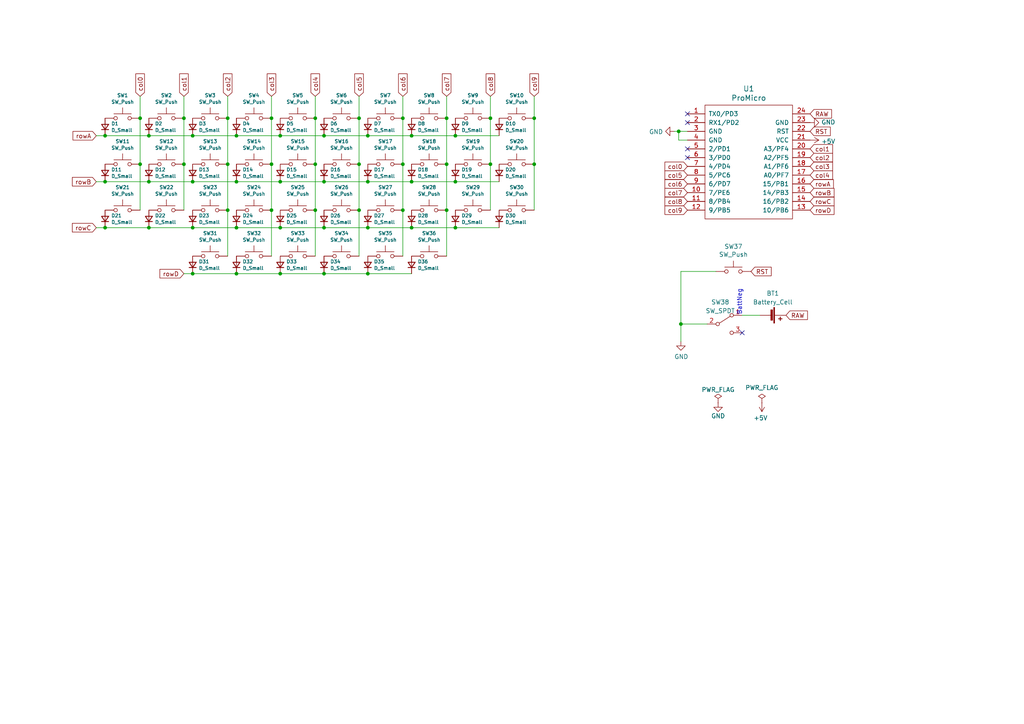
<source format=kicad_sch>
(kicad_sch (version 20231120) (generator "eeschema") (generator_version "8.0")
  (paper "A4")
  (title_block (title "Humla") (date "2021-11-10") (rev "0.3") (company "jmnw"))
  (lib_symbols
    (symbol "Device:Battery_Cell" (pin_numbers hide) (pin_names (offset 0) hide)
      (property "Reference" "BT" (at 2.54 2.54 0))
      (property "Value" "Battery_Cell" (at 2.54 0 0))
      (symbol "Battery_Cell_0_1"
        (rectangle (start -2.286 1.778) (end 2.286 1.524) (fill (type outline)))
        (rectangle (start -1.5748 1.1938) (end 1.4732 0.6858) (fill (type outline)))
        (polyline (pts (xy 0 0.762) (xy 0 0)))
        (polyline (pts (xy 0 1.778) (xy 0 2.54)))
        (polyline (pts (xy 0.508 3.429) (xy 1.524 3.429)) (stroke (width 0.254)))
        (polyline (pts (xy 1.016 3.937) (xy 1.016 2.921)) (stroke (width 0.254)))
      )
      (symbol "Battery_Cell_1_1"
        (pin passive line (at 0 5.08 270) (length 2.54) (name "+") (number "1"))
        (pin passive line (at 0 -2.54 90) (length 2.54) (name "-") (number "2"))
      )
    )
    (symbol "Device:D_Small" (pin_numbers hide) (pin_names (offset 0.254) hide)
      (property "Reference" "D" (at -1.27 2.032 0))
      (property "Value" "D_Small" (at -3.81 -2.032 0))
      (symbol "D_Small_0_1"
        (polyline (pts (xy -0.762 -1.016) (xy -0.762 1.016)) (stroke (width 0.254)))
        (polyline (pts (xy -0.762 0) (xy 0.762 0)))
        (polyline (pts (xy 0.762 -1.016) (xy -0.762 0) (xy 0.762 1.016) (xy 0.762 -1.016)) (stroke (width 0.254)))
      )
      (symbol "D_Small_1_1"
        (pin passive line (at -2.54 0 0) (length 1.778) (name "K") (number "1"))
        (pin passive line (at 2.54 0 180) (length 1.778) (name "A") (number "2"))
      )
    )
    (symbol "Switch:SW_Push" (pin_numbers hide) (pin_names (offset 1.016) hide)
      (property "Reference" "SW" (at 1.27 2.54 0))
      (property "Value" "SW_Push" (at 0 -1.524 0))
      (symbol "SW_Push_0_1"
        (circle (center -2.032 0) (radius 0.508))
        (polyline (pts (xy 0 1.27) (xy 0 3.048)))
        (polyline (pts (xy 2.54 1.27) (xy -2.54 1.27)))
        (circle (center 2.032 0) (radius 0.508))
        (pin passive line (at -5.08 0 0) (length 2.54) (name "1") (number "1"))
        (pin passive line (at 5.08 0 180) (length 2.54) (name "2") (number "2"))
      )
    )
    (symbol "Switch:SW_SPDT" (pin_names (offset 0) hide)
      (property "Reference" "SW" (at 0 4.318 0))
      (property "Value" "SW_SPDT" (at 0 -5.08 0))
      (symbol "SW_SPDT_0_0"
        (circle (center -2.032 0) (radius 0.508))
        (circle (center 2.032 -2.54) (radius 0.508))
      )
      (symbol "SW_SPDT_0_1"
        (polyline (pts (xy -1.524 0.254) (xy 1.651 2.286)))
        (circle (center 2.032 2.54) (radius 0.508))
      )
      (symbol "SW_SPDT_1_1"
        (pin passive line (at 5.08 2.54 180) (length 2.54) (name "A") (number "1"))
        (pin passive line (at -5.08 0 0) (length 2.54) (name "B") (number "2"))
        (pin passive line (at 5.08 -2.54 180) (length 2.54) (name "C") (number "3"))
      )
    )
    (symbol "humla-rescue:ProMicro-keebio" (pin_names (offset 1.016))
      (property "Reference" "U" (at 0 0 0))
      (property "Value" "ProMicro-keebio" (at 0 -19.05 0))
      (symbol "ProMicro-keebio_0_1"
        (rectangle (start -12.7 -16.51) (end 12.7 16.51))
      )
      (symbol "ProMicro-keebio_1_1"
        (pin input line (at -17.78 13.97 0) (length 5.08) (name "TX0/PD3") (number "1"))
        (pin input line (at -17.78 -8.89 0) (length 5.08) (name "7/PE6") (number "10"))
        (pin input line (at -17.78 -11.43 0) (length 5.08) (name "8/PB4") (number "11"))
        (pin input line (at -17.78 -13.97 0) (length 5.08) (name "9/PB5") (number "12"))
        (pin input line (at 17.78 -13.97 180) (length 5.08) (name "10/PB6") (number "13"))
        (pin input line (at 17.78 -11.43 180) (length 5.08) (name "16/PB2") (number "14"))
        (pin input line (at 17.78 -8.89 180) (length 5.08) (name "14/PB3") (number "15"))
        (pin input line (at 17.78 -6.35 180) (length 5.08) (name "15/PB1") (number "16"))
        (pin input line (at 17.78 -3.81 180) (length 5.08) (name "A0/PF7") (number "17"))
        (pin input line (at 17.78 -1.27 180) (length 5.08) (name "A1/PF6") (number "18"))
        (pin input line (at 17.78 1.27 180) (length 5.08) (name "A2/PF5") (number "19"))
        (pin input line (at -17.78 11.43 0) (length 5.08) (name "RX1/PD2") (number "2"))
        (pin input line (at 17.78 3.81 180) (length 5.08) (name "A3/PF4") (number "20"))
        (pin input line (at 17.78 6.35 180) (length 5.08) (name "VCC") (number "21"))
        (pin input line (at 17.78 8.89 180) (length 5.08) (name "RST") (number "22"))
        (pin input line (at 17.78 11.43 180) (length 5.08) (name "GND") (number "23"))
        (pin input line (at 17.78 13.97 180) (length 5.08) (name "~") (number "24"))
        (pin input line (at -17.78 8.89 0) (length 5.08) (name "GND") (number "3"))
        (pin input line (at -17.78 6.35 0) (length 5.08) (name "GND") (number "4"))
        (pin input line (at -17.78 3.81 0) (length 5.08) (name "2/PD1") (number "5"))
        (pin input line (at -17.78 1.27 0) (length 5.08) (name "3/PD0") (number "6"))
        (pin input line (at -17.78 -1.27 0) (length 5.08) (name "4/PD4") (number "7"))
        (pin input line (at -17.78 -3.81 0) (length 5.08) (name "5/PC6") (number "8"))
        (pin input line (at -17.78 -6.35 0) (length 5.08) (name "6/PD7") (number "9"))
      )
    )
    (symbol "power:+5V" (power) (pin_names (offset 0))
      (property "Value" "+5V" (at 0 3.556 0))
      (symbol "+5V_0_1"
        (polyline (pts (xy -0.762 1.27) (xy 0 2.54)))
        (polyline (pts (xy 0 0) (xy 0 2.54)))
        (polyline (pts (xy 0 2.54) (xy 0.762 1.27)))
      )
      (symbol "+5V_1_1"
        (pin power_in line (at 0 0 90) (length 0) hide (name "+5V") (number "1"))
      )
    )
    (symbol "power:GND" (power) (pin_names (offset 0))
      (property "Value" "GND" (at 0 -3.81 0))
      (symbol "GND_0_1"
        (polyline (pts (xy 0 0) (xy 0 -1.27) (xy 1.27 -1.27) (xy 0 -2.54) (xy -1.27 -1.27) (xy 0 -1.27)))
      )
      (symbol "GND_1_1"
        (pin power_in line (at 0 0 270) (length 0) hide (name "GND") (number "1"))
      )
    )
    (symbol "power:PWR_FLAG" (power) (pin_numbers hide) (pin_names (offset 0) hide)
      (property "Value" "PWR_FLAG" (at 0 3.81 0))
      (symbol "PWR_FLAG_0_0"
        (pin power_out line (at 0 0 90) (length 0) (name "pwr") (number "1"))
      )
      (symbol "PWR_FLAG_0_1"
        (polyline (pts (xy 0 0) (xy 0 1.27) (xy -1.016 1.905) (xy 0 2.54) (xy 1.016 1.905) (xy 0 1.27)))
      )
    )
  )
  (junction (at 55.88 39.37))
  (junction (at 43.18 52.705))
  (junction (at 104.14 34.29))
  (junction (at 154.94 34.29))
  (junction (at 132.08 66.04))
  (junction (at 78.74 47.625))
  (junction (at 119.38 39.37))
  (junction (at 53.34 47.625))
  (junction (at 129.54 34.29))
  (junction (at 66.04 47.625))
  (junction (at 68.58 52.705))
  (junction (at 142.24 34.29))
  (junction (at 106.68 79.375))
  (junction (at 132.08 52.705))
  (junction (at 81.28 52.705))
  (junction (at 78.74 60.96))
  (junction (at 40.64 47.625))
  (junction (at 81.28 79.375))
  (junction (at 93.98 39.37))
  (junction (at 43.18 66.04))
  (junction (at 66.04 34.29))
  (junction (at 66.04 60.96))
  (junction (at 81.28 39.37))
  (junction (at 30.48 39.37))
  (junction (at 116.84 47.625))
  (junction (at 91.44 47.625))
  (junction (at 142.24 47.625))
  (junction (at 106.68 66.04))
  (junction (at 68.58 66.04))
  (junction (at 91.44 34.29))
  (junction (at 30.48 52.705))
  (junction (at 104.14 47.625))
  (junction (at 30.48 66.04))
  (junction (at 93.98 66.04))
  (junction (at 106.68 39.37))
  (junction (at 197.485 93.98))
  (junction (at 119.38 52.705))
  (junction (at 81.28 66.04))
  (junction (at 93.98 52.705))
  (junction (at 55.88 79.375))
  (junction (at 91.44 60.96))
  (junction (at 104.14 60.96))
  (junction (at 93.98 79.375))
  (junction (at 55.88 66.04))
  (junction (at 154.94 47.625))
  (junction (at 116.84 34.29))
  (junction (at 53.34 34.29))
  (junction (at 196.85 38.1))
  (junction (at 78.74 34.29))
  (junction (at 68.58 79.375))
  (junction (at 40.64 34.29))
  (junction (at 116.84 60.96))
  (junction (at 106.68 52.705))
  (junction (at 129.54 47.625))
  (junction (at 119.38 66.04))
  (junction (at 132.08 39.37))
  (junction (at 129.54 60.96))
  (junction (at 43.18 39.37))
  (junction (at 68.58 39.37))
  (junction (at 55.88 52.705))
  (no_connect (at 215.265 96.52))
  (no_connect (at 199.39 45.72))
  (no_connect (at 199.39 43.18))
  (no_connect (at 199.39 33.02))
  (no_connect (at 199.39 35.56))
  (wire (pts (xy 196.85 40.64) (xy 196.85 38.1)))
  (wire (pts (xy 106.68 66.04) (xy 119.38 66.04)))
  (wire (pts (xy 27.94 39.37) (xy 30.48 39.37)))
  (wire (pts (xy 93.98 39.37) (xy 106.68 39.37)))
  (wire (pts (xy 91.44 47.625) (xy 91.44 60.96)))
  (wire (pts (xy 132.08 39.37) (xy 144.78 39.37)))
  (wire (pts (xy 81.28 52.705) (xy 68.58 52.705)))
  (wire (pts (xy 116.84 27.94) (xy 116.84 34.29)))
  (wire (pts (xy 30.48 66.04) (xy 43.18 66.04)))
  (wire (pts (xy 154.94 27.94) (xy 154.94 34.29)))
  (wire (pts (xy 119.38 66.04) (xy 132.08 66.04)))
  (wire (pts (xy 66.04 60.96) (xy 66.04 74.295)))
  (wire (pts (xy 81.28 39.37) (xy 93.98 39.37)))
  (wire (pts (xy 40.64 27.94) (xy 40.64 34.29)))
  (wire (pts (xy 93.98 79.375) (xy 81.28 79.375)))
  (wire (pts (xy 215.265 91.44) (xy 220.345 91.44)))
  (wire (pts (xy 119.38 79.375) (xy 106.68 79.375)))
  (wire (pts (xy 119.38 52.705) (xy 106.68 52.705)))
  (wire (pts (xy 132.08 66.04) (xy 144.78 66.04)))
  (wire (pts (xy 68.58 79.375) (xy 55.88 79.375)))
  (wire (pts (xy 68.58 66.04) (xy 81.28 66.04)))
  (wire (pts (xy 66.04 27.94) (xy 66.04 34.29)))
  (wire (pts (xy 132.08 52.705) (xy 119.38 52.705)))
  (wire (pts (xy 93.98 66.04) (xy 106.68 66.04)))
  (wire (pts (xy 197.485 93.98) (xy 197.485 99.06)))
  (wire (pts (xy 104.14 60.96) (xy 104.14 74.295)))
  (wire (pts (xy 66.04 34.29) (xy 66.04 47.625)))
  (wire (pts (xy 55.88 52.705) (xy 43.18 52.705)))
  (wire (pts (xy 53.34 47.625) (xy 53.34 60.96)))
  (wire (pts (xy 142.24 47.625) (xy 142.24 60.96)))
  (wire (pts (xy 27.94 52.705) (xy 30.48 52.705)))
  (wire (pts (xy 53.34 27.94) (xy 53.34 34.29)))
  (wire (pts (xy 78.74 47.625) (xy 78.74 60.96)))
  (wire (pts (xy 129.54 60.96) (xy 129.54 74.295)))
  (wire (pts (xy 154.94 34.29) (xy 154.94 47.625)))
  (wire (pts (xy 68.58 39.37) (xy 81.28 39.37)))
  (wire (pts (xy 104.14 34.29) (xy 104.14 47.625)))
  (wire (pts (xy 129.54 47.625) (xy 129.54 60.96)))
  (wire (pts (xy 43.18 66.04) (xy 55.88 66.04)))
  (wire (pts (xy 116.84 47.625) (xy 116.84 60.96)))
  (wire (pts (xy 91.44 60.96) (xy 91.44 74.295)))
  (wire (pts (xy 91.44 27.94) (xy 91.44 34.29)))
  (wire (pts (xy 30.48 39.37) (xy 43.18 39.37)))
  (wire (pts (xy 104.14 47.625) (xy 104.14 60.96)))
  (wire (pts (xy 78.74 60.96) (xy 78.74 74.295)))
  (wire (pts (xy 55.88 66.04) (xy 68.58 66.04)))
  (wire (pts (xy 142.24 27.94) (xy 142.24 34.29)))
  (wire (pts (xy 154.94 47.625) (xy 154.94 60.96)))
  (wire (pts (xy 207.645 78.74) (xy 197.485 78.74)))
  (wire (pts (xy 142.24 34.29) (xy 142.24 47.625)))
  (wire (pts (xy 30.48 52.705) (xy 43.18 52.705)))
  (wire (pts (xy 53.34 79.375) (xy 55.88 79.375)))
  (wire (pts (xy 119.38 39.37) (xy 132.08 39.37)))
  (wire (pts (xy 106.68 39.37) (xy 119.38 39.37)))
  (wire (pts (xy 66.04 47.625) (xy 66.04 60.96)))
  (wire (pts (xy 81.28 79.375) (xy 68.58 79.375)))
  (wire (pts (xy 55.88 39.37) (xy 68.58 39.37)))
  (wire (pts (xy 129.54 34.29) (xy 129.54 47.625)))
  (wire (pts (xy 129.54 27.94) (xy 129.54 34.29)))
  (wire (pts (xy 106.68 52.705) (xy 93.98 52.705)))
  (wire (pts (xy 53.34 34.29) (xy 53.34 47.625)))
  (wire (pts (xy 104.14 27.94) (xy 104.14 34.29)))
  (wire (pts (xy 106.68 79.375) (xy 93.98 79.375)))
  (wire (pts (xy 196.85 38.1) (xy 195.58 38.1)))
  (wire (pts (xy 91.44 34.29) (xy 91.44 47.625)))
  (wire (pts (xy 81.28 66.04) (xy 93.98 66.04)))
  (wire (pts (xy 78.74 34.29) (xy 78.74 47.625)))
  (wire (pts (xy 205.105 93.98) (xy 197.485 93.98)))
  (wire (pts (xy 43.18 39.37) (xy 55.88 39.37)))
  (wire (pts (xy 199.39 38.1) (xy 196.85 38.1)))
  (wire (pts (xy 68.58 52.705) (xy 55.88 52.705)))
  (wire (pts (xy 197.485 78.74) (xy 197.485 93.98)))
  (wire (pts (xy 40.64 34.29) (xy 40.64 47.625)))
  (wire (pts (xy 27.94 66.04) (xy 30.48 66.04)))
  (wire (pts (xy 93.98 52.705) (xy 81.28 52.705)))
  (wire (pts (xy 116.84 60.96) (xy 116.84 74.295)))
  (wire (pts (xy 78.74 27.94) (xy 78.74 34.29)))
  (wire (pts (xy 40.64 47.625) (xy 40.64 60.96)))
  (wire (pts (xy 144.78 52.705) (xy 132.08 52.705)))
  (wire (pts (xy 199.39 40.64) (xy 196.85 40.64)))
  (wire (pts (xy 116.84 34.29) (xy 116.84 47.625)))
  (text "BattNeg" (at 215.265 91.44 90) (effects (font (size 1.27 1.27)) (justify left bottom)))
  (global_label "col8" (shape input) (at 199.39 58.42 180) (property "Intersheetrefs" "${INTERSHEET_REFS}" (effects (hide yes))))
  (global_label "rowA" (shape input) (at 234.95 53.34 0) (property "Intersheetrefs" "${INTERSHEET_REFS}" (effects (hide yes))))
  (global_label "RST" (shape input) (at 234.95 38.1 0) (property "Intersheetrefs" "${INTERSHEET_REFS}" (effects (hide yes))))
  (global_label "col5" (shape input) (at 104.14 27.94 90) (property "Intersheetrefs" "${INTERSHEET_REFS}" (effects (hide yes))))
  (global_label "rowA" (shape input) (at 27.94 39.37 180) (property "Intersheetrefs" "${INTERSHEET_REFS}" (effects (hide yes))))
  (global_label "col4" (shape input) (at 91.44 27.94 90) (property "Intersheetrefs" "${INTERSHEET_REFS}" (effects (hide yes))))
  (global_label "rowC" (shape input) (at 234.95 58.42 0) (property "Intersheetrefs" "${INTERSHEET_REFS}" (effects (hide yes))))
  (global_label "rowB" (shape input) (at 234.95 55.88 0) (property "Intersheetrefs" "${INTERSHEET_REFS}" (effects (hide yes))))
  (global_label "col4" (shape input) (at 234.95 50.8 0) (property "Intersheetrefs" "${INTERSHEET_REFS}" (effects (hide yes))))
  (global_label "col0" (shape input) (at 40.64 27.94 90) (property "Intersheetrefs" "${INTERSHEET_REFS}" (effects (hide yes))))
  (global_label "rowC" (shape input) (at 27.94 66.04 180) (property "Intersheetrefs" "${INTERSHEET_REFS}" (effects (hide yes))))
  (global_label "col2" (shape input) (at 234.95 45.72 0) (property "Intersheetrefs" "${INTERSHEET_REFS}" (effects (hide yes))))
  (global_label "col1" (shape input) (at 53.34 27.94 90) (property "Intersheetrefs" "${INTERSHEET_REFS}" (effects (hide yes))))
  (global_label "col6" (shape input) (at 116.84 27.94 90) (property "Intersheetrefs" "${INTERSHEET_REFS}" (effects (hide yes))))
  (global_label "col8" (shape input) (at 142.24 27.94 90) (property "Intersheetrefs" "${INTERSHEET_REFS}" (effects (hide yes))))
  (global_label "RAW" (shape input) (at 227.965 91.44 0) (property "Intersheetrefs" "${INTERSHEET_REFS}" (effects (hide yes))))
  (global_label "rowD" (shape input) (at 53.34 79.375 180) (property "Intersheetrefs" "${INTERSHEET_REFS}" (effects (hide yes))))
  (global_label "col5" (shape input) (at 199.39 50.8 180) (property "Intersheetrefs" "${INTERSHEET_REFS}" (effects (hide yes))))
  (global_label "col2" (shape input) (at 66.04 27.94 90) (property "Intersheetrefs" "${INTERSHEET_REFS}" (effects (hide yes))))
  (global_label "col7" (shape input) (at 199.39 55.88 180) (property "Intersheetrefs" "${INTERSHEET_REFS}" (effects (hide yes))))
  (global_label "RAW" (shape input) (at 234.95 33.02 0) (property "Intersheetrefs" "${INTERSHEET_REFS}" (effects (hide yes))))
  (global_label "rowD" (shape input) (at 234.95 60.96 0) (property "Intersheetrefs" "${INTERSHEET_REFS}" (effects (hide yes))))
  (global_label "col9" (shape input) (at 199.39 60.96 180) (property "Intersheetrefs" "${INTERSHEET_REFS}" (effects (hide yes))))
  (global_label "col7" (shape input) (at 129.54 27.94 90) (property "Intersheetrefs" "${INTERSHEET_REFS}" (effects (hide yes))))
  (global_label "col3" (shape input) (at 78.74 27.94 90) (property "Intersheetrefs" "${INTERSHEET_REFS}" (effects (hide yes))))
  (global_label "col3" (shape input) (at 234.95 48.26 0) (property "Intersheetrefs" "${INTERSHEET_REFS}" (effects (hide yes))))
  (global_label "col6" (shape input) (at 199.39 53.34 180) (property "Intersheetrefs" "${INTERSHEET_REFS}" (effects (hide yes))))
  (global_label "RST" (shape input) (at 217.805 78.74 0) (property "Intersheetrefs" "${INTERSHEET_REFS}" (effects (hide yes))))
  (global_label "rowB" (shape input) (at 27.94 52.705 180) (property "Intersheetrefs" "${INTERSHEET_REFS}" (effects (hide yes))))
  (global_label "col9" (shape input) (at 154.94 27.94 90) (property "Intersheetrefs" "${INTERSHEET_REFS}" (effects (hide yes))))
  (global_label "col0" (shape input) (at 199.39 48.26 180) (property "Intersheetrefs" "${INTERSHEET_REFS}" (effects (hide yes))))
  (global_label "col1" (shape input) (at 234.95 43.18 0) (property "Intersheetrefs" "${INTERSHEET_REFS}" (effects (hide yes))))
  (symbol (lib_id "humla-rescue:ProMicro-keebio") (at 217.17 46.99 0) (unit 1)
    (property "Reference" "U1" (at 217.17 25.7302 0) (effects (font (size 1.524 1.524))))
    (property "Value" "ProMicro" (at 217.17 28.4226 0) (effects (font (size 1.524 1.524))))
    (property "Footprint" "humla:ArduinoProMicro" (effects (hide yes)))
  )
  (symbol (lib_id "power:PWR_FLAG") (at 208.28 116.84 0) (unit 1)
    (property "Reference" "#FLG01" (effects (hide yes)))
    (property "Value" "PWR_FLAG" (at 208.28 113.03 0))
  )
  (symbol (lib_id "power:GND") (at 208.28 116.84 0) (unit 1)
    (property "Reference" "#PWR05" (effects (hide yes)))
    (property "Value" "GND" (at 208.28 120.65 0))
  )
  (symbol (lib_id "power:GND") (at 234.95 35.56 90) (unit 1)
    (property "Reference" "#PWR01" (effects (hide yes)))
    (property "Value" "GND" (at 238.2012 35.433 90) (effects (justify right)))
  )
  (symbol (lib_id "power:GND") (at 195.58 38.1 270) (unit 1)
    (property "Reference" "#PWR02" (effects (hide yes)))
    (property "Value" "GND" (at 192.3288 38.227 90) (effects (justify right)))
  )
  (symbol (lib_id "Switch:SW_SPDT") (at 210.185 93.98 0) (unit 1)
    (property "Reference" "SW38" (at 208.915 87.63 0))
    (property "Value" "SW_SPDT" (at 208.915 90.17 0))
    (property "Footprint" "humla:power_switch" (effects (hide yes)))
  )
  (symbol (lib_id "power:GND") (at 197.485 99.06 0) (unit 1)
    (property "Reference" "#PWR04" (effects (hide yes)))
    (property "Value" "GND" (at 197.612 103.4542 0))
  )
  (symbol (lib_id "Device:Battery_Cell") (at 222.885 91.44 270) (unit 1)
    (property "Reference" "BT1" (at 224.155 85.09 90))
    (property "Value" "Battery_Cell" (at 224.155 87.63 90))
    (property "Footprint" "humla:Battery_pads" (effects (hide yes)))
  )
  (symbol (lib_id "power:+5V") (at 234.95 40.64 270) (unit 1)
    (property "Reference" "#PWR03" (effects (hide yes)))
    (property "Value" "+5V" (at 238.2012 41.021 90) (effects (justify left)))
  )
  (symbol (lib_id "power:+5V") (at 220.98 116.84 180) (unit 1)
    (property "Reference" "#PWR06" (effects (hide yes)))
    (property "Value" "+5V" (at 220.599 121.2342 0))
  )
  (symbol (lib_id "Switch:SW_Push") (at 212.725 78.74 0) (unit 1)
    (property "Reference" "SW37" (at 212.725 71.501 0))
    (property "Value" "SW_Push" (at 212.725 73.8124 0))
    (property "Footprint" "humla:Reset" (effects (hide yes)))
  )
  (symbol (lib_id "Switch:SW_Push") (at 35.56 34.29 0) (unit 1)
    (property "Reference" "SW1" (at 35.56 27.6606 0) (effects (font (size 0.9906 0.9906))))
    (property "Value" "SW_Push" (at 35.56 29.5656 0) (effects (font (size 0.9906 0.9906))))
    (property "Footprint" "KeyboardParts:Kailh_socket_PG1350_optional" (effects (hide yes)))
  )
  (symbol (lib_id "Device:D_Small") (at 30.48 36.83 90) (unit 1)
    (property "Reference" "D1" (at 32.258 35.8648 90) (effects (font (size 0.9906 0.9906)) (justify right)))
    (property "Value" "D_Small" (at 32.258 37.7698 90) (effects (font (size 0.9906 0.9906)) (justify right)))
    (property "Footprint" "humla:D3_SMD" (effects (hide yes)))
  )
  (symbol (lib_id "Switch:SW_Push") (at 48.26 34.29 0) (unit 1)
    (property "Reference" "SW2" (at 48.26 27.6606 0) (effects (font (size 0.9906 0.9906))))
    (property "Value" "SW_Push" (at 48.26 29.5656 0) (effects (font (size 0.9906 0.9906))))
    (property "Footprint" "KeyboardParts:Kailh_socket_PG1350_optional" (effects (hide yes)))
  )
  (symbol (lib_id "Device:D_Small") (at 43.18 36.83 90) (unit 1)
    (property "Reference" "D2" (at 44.958 35.8648 90) (effects (font (size 0.9906 0.9906)) (justify right)))
    (property "Value" "D_Small" (at 44.958 37.7698 90) (effects (font (size 0.9906 0.9906)) (justify right)))
    (property "Footprint" "humla:D3_SMD" (effects (hide yes)))
  )
  (symbol (lib_id "Switch:SW_Push") (at 60.96 34.29 0) (unit 1)
    (property "Reference" "SW3" (at 60.96 27.6606 0) (effects (font (size 0.9906 0.9906))))
    (property "Value" "SW_Push" (at 60.96 29.5656 0) (effects (font (size 0.9906 0.9906))))
    (property "Footprint" "KeyboardParts:Kailh_socket_PG1350_optional" (effects (hide yes)))
  )
  (symbol (lib_id "Device:D_Small") (at 55.88 36.83 90) (unit 1)
    (property "Reference" "D3" (at 57.658 35.8648 90) (effects (font (size 0.9906 0.9906)) (justify right)))
    (property "Value" "D_Small" (at 57.658 37.7698 90) (effects (font (size 0.9906 0.9906)) (justify right)))
    (property "Footprint" "humla:D3_SMD" (effects (hide yes)))
  )
  (symbol (lib_id "Switch:SW_Push") (at 73.66 34.29 0) (unit 1)
    (property "Reference" "SW4" (at 73.66 27.6606 0) (effects (font (size 0.9906 0.9906))))
    (property "Value" "SW_Push" (at 73.66 29.5656 0) (effects (font (size 0.9906 0.9906))))
    (property "Footprint" "KeyboardParts:Kailh_socket_PG1350_optional" (effects (hide yes)))
  )
  (symbol (lib_id "Device:D_Small") (at 68.58 36.83 90) (unit 1)
    (property "Reference" "D4" (at 70.358 35.8648 90) (effects (font (size 0.9906 0.9906)) (justify right)))
    (property "Value" "D_Small" (at 70.358 37.7698 90) (effects (font (size 0.9906 0.9906)) (justify right)))
    (property "Footprint" "humla:D3_SMD" (effects (hide yes)))
  )
  (symbol (lib_id "Switch:SW_Push") (at 86.36 34.29 0) (unit 1)
    (property "Reference" "SW5" (at 86.36 27.6606 0) (effects (font (size 0.9906 0.9906))))
    (property "Value" "SW_Push" (at 86.36 29.5656 0) (effects (font (size 0.9906 0.9906))))
    (property "Footprint" "KeyboardParts:Kailh_socket_PG1350_optional" (effects (hide yes)))
  )
  (symbol (lib_id "Device:D_Small") (at 81.28 36.83 90) (unit 1)
    (property "Reference" "D5" (at 83.058 35.8648 90) (effects (font (size 0.9906 0.9906)) (justify right)))
    (property "Value" "D_Small" (at 83.058 37.7698 90) (effects (font (size 0.9906 0.9906)) (justify right)))
    (property "Footprint" "humla:D3_SMD" (effects (hide yes)))
  )
  (symbol (lib_id "Switch:SW_Push") (at 99.06 34.29 0) (unit 1)
    (property "Reference" "SW6" (at 99.06 27.6606 0) (effects (font (size 0.9906 0.9906))))
    (property "Value" "SW_Push" (at 99.06 29.5656 0) (effects (font (size 0.9906 0.9906))))
    (property "Footprint" "KeyboardParts:Kailh_socket_PG1350_optional" (effects (hide yes)))
  )
  (symbol (lib_id "Device:D_Small") (at 93.98 36.83 90) (unit 1)
    (property "Reference" "D6" (at 95.758 35.8648 90) (effects (font (size 0.9906 0.9906)) (justify right)))
    (property "Value" "D_Small" (at 95.758 37.7698 90) (effects (font (size 0.9906 0.9906)) (justify right)))
    (property "Footprint" "humla:D3_SMD" (effects (hide yes)))
  )
  (symbol (lib_id "Switch:SW_Push") (at 111.76 34.29 0) (unit 1)
    (property "Reference" "SW7" (at 111.76 27.6606 0) (effects (font (size 0.9906 0.9906))))
    (property "Value" "SW_Push" (at 111.76 29.5656 0) (effects (font (size 0.9906 0.9906))))
    (property "Footprint" "KeyboardParts:Kailh_socket_PG1350_optional" (effects (hide yes)))
  )
  (symbol (lib_id "Device:D_Small") (at 106.68 36.83 90) (unit 1)
    (property "Reference" "D7" (at 108.458 35.8648 90) (effects (font (size 0.9906 0.9906)) (justify right)))
    (property "Value" "D_Small" (at 108.458 37.7698 90) (effects (font (size 0.9906 0.9906)) (justify right)))
    (property "Footprint" "humla:D3_SMD" (effects (hide yes)))
  )
  (symbol (lib_id "Switch:SW_Push") (at 124.46 34.29 0) (unit 1)
    (property "Reference" "SW8" (at 124.46 27.6606 0) (effects (font (size 0.9906 0.9906))))
    (property "Value" "SW_Push" (at 124.46 29.5656 0) (effects (font (size 0.9906 0.9906))))
    (property "Footprint" "KeyboardParts:Kailh_socket_PG1350_optional" (effects (hide yes)))
  )
  (symbol (lib_id "Device:D_Small") (at 119.38 36.83 90) (unit 1)
    (property "Reference" "D8" (at 121.158 35.8648 90) (effects (font (size 0.9906 0.9906)) (justify right)))
    (property "Value" "D_Small" (at 121.158 37.7698 90) (effects (font (size 0.9906 0.9906)) (justify right)))
    (property "Footprint" "humla:D3_SMD" (effects (hide yes)))
  )
  (symbol (lib_id "Switch:SW_Push") (at 137.16 34.29 0) (unit 1)
    (property "Reference" "SW9" (at 137.16 27.6606 0) (effects (font (size 0.9906 0.9906))))
    (property "Value" "SW_Push" (at 137.16 29.5656 0) (effects (font (size 0.9906 0.9906))))
    (property "Footprint" "KeyboardParts:Kailh_socket_PG1350_optional" (effects (hide yes)))
  )
  (symbol (lib_id "Device:D_Small") (at 132.08 36.83 90) (unit 1)
    (property "Reference" "D9" (at 133.858 35.8648 90) (effects (font (size 0.9906 0.9906)) (justify right)))
    (property "Value" "D_Small" (at 133.858 37.7698 90) (effects (font (size 0.9906 0.9906)) (justify right)))
    (property "Footprint" "humla:D3_SMD" (effects (hide yes)))
  )
  (symbol (lib_id "Switch:SW_Push") (at 149.86 34.29 0) (unit 1)
    (property "Reference" "SW10" (at 149.86 27.6606 0) (effects (font (size 0.9906 0.9906))))
    (property "Value" "SW_Push" (at 149.86 29.5656 0) (effects (font (size 0.9906 0.9906))))
    (property "Footprint" "KeyboardParts:Kailh_socket_PG1350_optional" (effects (hide yes)))
  )
  (symbol (lib_id "Device:D_Small") (at 144.78 36.83 90) (unit 1)
    (property "Reference" "D10" (at 146.558 35.8648 90) (effects (font (size 0.9906 0.9906)) (justify right)))
    (property "Value" "D_Small" (at 146.558 37.7698 90) (effects (font (size 0.9906 0.9906)) (justify right)))
    (property "Footprint" "humla:D3_SMD" (effects (hide yes)))
  )
  (symbol (lib_id "Switch:SW_Push") (at 35.56 47.625 0) (unit 1)
    (property "Reference" "SW11" (at 35.56 40.9956 0) (effects (font (size 0.9906 0.9906))))
    (property "Value" "SW_Push" (at 35.56 42.9006 0) (effects (font (size 0.9906 0.9906))))
    (property "Footprint" "KeyboardParts:Kailh_socket_PG1350_optional" (effects (hide yes)))
  )
  (symbol (lib_id "Device:D_Small") (at 30.48 50.165 90) (unit 1)
    (property "Reference" "D11" (at 32.258 49.1998 90) (effects (font (size 0.9906 0.9906)) (justify right)))
    (property "Value" "D_Small" (at 32.258 51.1048 90) (effects (font (size 0.9906 0.9906)) (justify right)))
    (property "Footprint" "humla:D3_SMD" (effects (hide yes)))
  )
  (symbol (lib_id "Switch:SW_Push") (at 48.26 47.625 0) (unit 1)
    (property "Reference" "SW12" (at 48.26 40.9956 0) (effects (font (size 0.9906 0.9906))))
    (property "Value" "SW_Push" (at 48.26 42.9006 0) (effects (font (size 0.9906 0.9906))))
    (property "Footprint" "KeyboardParts:Kailh_socket_PG1350_optional" (effects (hide yes)))
  )
  (symbol (lib_id "Device:D_Small") (at 43.18 50.165 90) (unit 1)
    (property "Reference" "D12" (at 44.958 49.1998 90) (effects (font (size 0.9906 0.9906)) (justify right)))
    (property "Value" "D_Small" (at 44.958 51.1048 90) (effects (font (size 0.9906 0.9906)) (justify right)))
    (property "Footprint" "humla:D3_SMD" (effects (hide yes)))
  )
  (symbol (lib_id "Switch:SW_Push") (at 60.96 47.625 0) (unit 1)
    (property "Reference" "SW13" (at 60.96 40.9956 0) (effects (font (size 0.9906 0.9906))))
    (property "Value" "SW_Push" (at 60.96 42.9006 0) (effects (font (size 0.9906 0.9906))))
    (property "Footprint" "KeyboardParts:Kailh_socket_PG1350_optional" (effects (hide yes)))
  )
  (symbol (lib_id "Device:D_Small") (at 55.88 50.165 90) (unit 1)
    (property "Reference" "D13" (at 57.658 49.1998 90) (effects (font (size 0.9906 0.9906)) (justify right)))
    (property "Value" "D_Small" (at 57.658 51.1048 90) (effects (font (size 0.9906 0.9906)) (justify right)))
    (property "Footprint" "humla:D3_SMD" (effects (hide yes)))
  )
  (symbol (lib_id "Switch:SW_Push") (at 73.66 47.625 0) (unit 1)
    (property "Reference" "SW14" (at 73.66 40.9956 0) (effects (font (size 0.9906 0.9906))))
    (property "Value" "SW_Push" (at 73.66 42.9006 0) (effects (font (size 0.9906 0.9906))))
    (property "Footprint" "KeyboardParts:Kailh_socket_PG1350_optional" (effects (hide yes)))
  )
  (symbol (lib_id "Device:D_Small") (at 68.58 50.165 90) (unit 1)
    (property "Reference" "D14" (at 70.358 49.1998 90) (effects (font (size 0.9906 0.9906)) (justify right)))
    (property "Value" "D_Small" (at 70.358 51.1048 90) (effects (font (size 0.9906 0.9906)) (justify right)))
    (property "Footprint" "humla:D3_SMD" (effects (hide yes)))
  )
  (symbol (lib_id "Switch:SW_Push") (at 86.36 47.625 0) (unit 1)
    (property "Reference" "SW15" (at 86.36 40.9956 0) (effects (font (size 0.9906 0.9906))))
    (property "Value" "SW_Push" (at 86.36 42.9006 0) (effects (font (size 0.9906 0.9906))))
    (property "Footprint" "KeyboardParts:Kailh_socket_PG1350_optional" (effects (hide yes)))
  )
  (symbol (lib_id "Device:D_Small") (at 81.28 50.165 90) (unit 1)
    (property "Reference" "D15" (at 83.058 49.1998 90) (effects (font (size 0.9906 0.9906)) (justify right)))
    (property "Value" "D_Small" (at 83.058 51.1048 90) (effects (font (size 0.9906 0.9906)) (justify right)))
    (property "Footprint" "humla:D3_SMD" (effects (hide yes)))
  )
  (symbol (lib_id "Switch:SW_Push") (at 99.06 47.625 0) (unit 1)
    (property "Reference" "SW16" (at 99.06 40.9956 0) (effects (font (size 0.9906 0.9906))))
    (property "Value" "SW_Push" (at 99.06 42.9006 0) (effects (font (size 0.9906 0.9906))))
    (property "Footprint" "KeyboardParts:Kailh_socket_PG1350_optional" (effects (hide yes)))
  )
  (symbol (lib_id "Device:D_Small") (at 93.98 50.165 90) (unit 1)
    (property "Reference" "D16" (at 95.758 49.1998 90) (effects (font (size 0.9906 0.9906)) (justify right)))
    (property "Value" "D_Small" (at 95.758 51.1048 90) (effects (font (size 0.9906 0.9906)) (justify right)))
    (property "Footprint" "humla:D3_SMD" (effects (hide yes)))
  )
  (symbol (lib_id "Switch:SW_Push") (at 111.76 47.625 0) (unit 1)
    (property "Reference" "SW17" (at 111.76 40.9956 0) (effects (font (size 0.9906 0.9906))))
    (property "Value" "SW_Push" (at 111.76 42.9006 0) (effects (font (size 0.9906 0.9906))))
    (property "Footprint" "KeyboardParts:Kailh_socket_PG1350_optional" (effects (hide yes)))
  )
  (symbol (lib_id "Device:D_Small") (at 106.68 50.165 90) (unit 1)
    (property "Reference" "D17" (at 108.458 49.1998 90) (effects (font (size 0.9906 0.9906)) (justify right)))
    (property "Value" "D_Small" (at 108.458 51.1048 90) (effects (font (size 0.9906 0.9906)) (justify right)))
    (property "Footprint" "humla:D3_SMD" (effects (hide yes)))
  )
  (symbol (lib_id "Switch:SW_Push") (at 124.46 47.625 0) (unit 1)
    (property "Reference" "SW18" (at 124.46 40.9956 0) (effects (font (size 0.9906 0.9906))))
    (property "Value" "SW_Push" (at 124.46 42.9006 0) (effects (font (size 0.9906 0.9906))))
    (property "Footprint" "KeyboardParts:Kailh_socket_PG1350_optional" (effects (hide yes)))
  )
  (symbol (lib_id "Device:D_Small") (at 119.38 50.165 90) (unit 1)
    (property "Reference" "D18" (at 121.158 49.1998 90) (effects (font (size 0.9906 0.9906)) (justify right)))
    (property "Value" "D_Small" (at 121.158 51.1048 90) (effects (font (size 0.9906 0.9906)) (justify right)))
    (property "Footprint" "humla:D3_SMD" (effects (hide yes)))
  )
  (symbol (lib_id "Switch:SW_Push") (at 137.16 47.625 0) (unit 1)
    (property "Reference" "SW19" (at 137.16 40.9956 0) (effects (font (size 0.9906 0.9906))))
    (property "Value" "SW_Push" (at 137.16 42.9006 0) (effects (font (size 0.9906 0.9906))))
    (property "Footprint" "KeyboardParts:Kailh_socket_PG1350_optional" (effects (hide yes)))
  )
  (symbol (lib_id "Device:D_Small") (at 132.08 50.165 90) (unit 1)
    (property "Reference" "D19" (at 133.858 49.1998 90) (effects (font (size 0.9906 0.9906)) (justify right)))
    (property "Value" "D_Small" (at 133.858 51.1048 90) (effects (font (size 0.9906 0.9906)) (justify right)))
    (property "Footprint" "humla:D3_SMD" (effects (hide yes)))
  )
  (symbol (lib_id "Switch:SW_Push") (at 149.86 47.625 0) (unit 1)
    (property "Reference" "SW20" (at 149.86 40.9956 0) (effects (font (size 0.9906 0.9906))))
    (property "Value" "SW_Push" (at 149.86 42.9006 0) (effects (font (size 0.9906 0.9906))))
    (property "Footprint" "KeyboardParts:Kailh_socket_PG1350_optional" (effects (hide yes)))
  )
  (symbol (lib_id "Device:D_Small") (at 144.78 50.165 90) (unit 1)
    (property "Reference" "D20" (at 146.558 49.1998 90) (effects (font (size 0.9906 0.9906)) (justify right)))
    (property "Value" "D_Small" (at 146.558 51.1048 90) (effects (font (size 0.9906 0.9906)) (justify right)))
    (property "Footprint" "humla:D3_SMD" (effects (hide yes)))
  )
  (symbol (lib_id "Switch:SW_Push") (at 35.56 60.96 0) (unit 1)
    (property "Reference" "SW21" (at 35.56 54.3306 0) (effects (font (size 0.9906 0.9906))))
    (property "Value" "SW_Push" (at 35.56 56.2356 0) (effects (font (size 0.9906 0.9906))))
    (property "Footprint" "KeyboardParts:Kailh_socket_PG1350_optional" (effects (hide yes)))
  )
  (symbol (lib_id "Device:D_Small") (at 30.48 63.5 90) (unit 1)
    (property "Reference" "D21" (at 32.258 62.5348 90) (effects (font (size 0.9906 0.9906)) (justify right)))
    (property "Value" "D_Small" (at 32.258 64.4398 90) (effects (font (size 0.9906 0.9906)) (justify right)))
    (property "Footprint" "humla:D3_SMD" (effects (hide yes)))
  )
  (symbol (lib_id "Switch:SW_Push") (at 48.26 60.96 0) (unit 1)
    (property "Reference" "SW22" (at 48.26 54.3306 0) (effects (font (size 0.9906 0.9906))))
    (property "Value" "SW_Push" (at 48.26 56.2356 0) (effects (font (size 0.9906 0.9906))))
    (property "Footprint" "KeyboardParts:Kailh_socket_PG1350_optional" (effects (hide yes)))
  )
  (symbol (lib_id "Device:D_Small") (at 43.18 63.5 90) (unit 1)
    (property "Reference" "D22" (at 44.958 62.5348 90) (effects (font (size 0.9906 0.9906)) (justify right)))
    (property "Value" "D_Small" (at 44.958 64.4398 90) (effects (font (size 0.9906 0.9906)) (justify right)))
    (property "Footprint" "humla:D3_SMD" (effects (hide yes)))
  )
  (symbol (lib_id "Switch:SW_Push") (at 60.96 60.96 0) (unit 1)
    (property "Reference" "SW23" (at 60.96 54.3306 0) (effects (font (size 0.9906 0.9906))))
    (property "Value" "SW_Push" (at 60.96 56.2356 0) (effects (font (size 0.9906 0.9906))))
    (property "Footprint" "KeyboardParts:Kailh_socket_PG1350_optional" (effects (hide yes)))
  )
  (symbol (lib_id "Device:D_Small") (at 55.88 63.5 90) (unit 1)
    (property "Reference" "D23" (at 57.658 62.5348 90) (effects (font (size 0.9906 0.9906)) (justify right)))
    (property "Value" "D_Small" (at 57.658 64.4398 90) (effects (font (size 0.9906 0.9906)) (justify right)))
    (property "Footprint" "humla:D3_SMD" (effects (hide yes)))
  )
  (symbol (lib_id "Switch:SW_Push") (at 73.66 60.96 0) (unit 1)
    (property "Reference" "SW24" (at 73.66 54.3306 0) (effects (font (size 0.9906 0.9906))))
    (property "Value" "SW_Push" (at 73.66 56.2356 0) (effects (font (size 0.9906 0.9906))))
    (property "Footprint" "KeyboardParts:Kailh_socket_PG1350_optional" (effects (hide yes)))
  )
  (symbol (lib_id "Device:D_Small") (at 68.58 63.5 90) (unit 1)
    (property "Reference" "D24" (at 70.358 62.5348 90) (effects (font (size 0.9906 0.9906)) (justify right)))
    (property "Value" "D_Small" (at 70.358 64.4398 90) (effects (font (size 0.9906 0.9906)) (justify right)))
    (property "Footprint" "humla:D3_SMD" (effects (hide yes)))
  )
  (symbol (lib_id "Switch:SW_Push") (at 86.36 60.96 0) (unit 1)
    (property "Reference" "SW25" (at 86.36 54.3306 0) (effects (font (size 0.9906 0.9906))))
    (property "Value" "SW_Push" (at 86.36 56.2356 0) (effects (font (size 0.9906 0.9906))))
    (property "Footprint" "KeyboardParts:Kailh_socket_PG1350_optional" (effects (hide yes)))
  )
  (symbol (lib_id "Device:D_Small") (at 81.28 63.5 90) (unit 1)
    (property "Reference" "D25" (at 83.058 62.5348 90) (effects (font (size 0.9906 0.9906)) (justify right)))
    (property "Value" "D_Small" (at 83.058 64.4398 90) (effects (font (size 0.9906 0.9906)) (justify right)))
    (property "Footprint" "humla:D3_SMD" (effects (hide yes)))
  )
  (symbol (lib_id "Switch:SW_Push") (at 99.06 60.96 0) (unit 1)
    (property "Reference" "SW26" (at 99.06 54.3306 0) (effects (font (size 0.9906 0.9906))))
    (property "Value" "SW_Push" (at 99.06 56.2356 0) (effects (font (size 0.9906 0.9906))))
    (property "Footprint" "KeyboardParts:Kailh_socket_PG1350_optional" (effects (hide yes)))
  )
  (symbol (lib_id "Device:D_Small") (at 93.98 63.5 90) (unit 1)
    (property "Reference" "D26" (at 95.758 62.5348 90) (effects (font (size 0.9906 0.9906)) (justify right)))
    (property "Value" "D_Small" (at 95.758 64.4398 90) (effects (font (size 0.9906 0.9906)) (justify right)))
    (property "Footprint" "humla:D3_SMD" (effects (hide yes)))
  )
  (symbol (lib_id "Switch:SW_Push") (at 111.76 60.96 0) (unit 1)
    (property "Reference" "SW27" (at 111.76 54.3306 0) (effects (font (size 0.9906 0.9906))))
    (property "Value" "SW_Push" (at 111.76 56.2356 0) (effects (font (size 0.9906 0.9906))))
    (property "Footprint" "KeyboardParts:Kailh_socket_PG1350_optional" (effects (hide yes)))
  )
  (symbol (lib_id "Device:D_Small") (at 106.68 63.5 90) (unit 1)
    (property "Reference" "D27" (at 108.458 62.5348 90) (effects (font (size 0.9906 0.9906)) (justify right)))
    (property "Value" "D_Small" (at 108.458 64.4398 90) (effects (font (size 0.9906 0.9906)) (justify right)))
    (property "Footprint" "humla:D3_SMD" (effects (hide yes)))
  )
  (symbol (lib_id "Switch:SW_Push") (at 124.46 60.96 0) (unit 1)
    (property "Reference" "SW28" (at 124.46 54.3306 0) (effects (font (size 0.9906 0.9906))))
    (property "Value" "SW_Push" (at 124.46 56.2356 0) (effects (font (size 0.9906 0.9906))))
    (property "Footprint" "KeyboardParts:Kailh_socket_PG1350_optional" (effects (hide yes)))
  )
  (symbol (lib_id "Device:D_Small") (at 119.38 63.5 90) (unit 1)
    (property "Reference" "D28" (at 121.158 62.5348 90) (effects (font (size 0.9906 0.9906)) (justify right)))
    (property "Value" "D_Small" (at 121.158 64.4398 90) (effects (font (size 0.9906 0.9906)) (justify right)))
    (property "Footprint" "humla:D3_SMD" (effects (hide yes)))
  )
  (symbol (lib_id "Switch:SW_Push") (at 137.16 60.96 0) (unit 1)
    (property "Reference" "SW29" (at 137.16 54.3306 0) (effects (font (size 0.9906 0.9906))))
    (property "Value" "SW_Push" (at 137.16 56.2356 0) (effects (font (size 0.9906 0.9906))))
    (property "Footprint" "KeyboardParts:Kailh_socket_PG1350_optional" (effects (hide yes)))
  )
  (symbol (lib_id "Device:D_Small") (at 132.08 63.5 90) (unit 1)
    (property "Reference" "D29" (at 133.858 62.5348 90) (effects (font (size 0.9906 0.9906)) (justify right)))
    (property "Value" "D_Small" (at 133.858 64.4398 90) (effects (font (size 0.9906 0.9906)) (justify right)))
    (property "Footprint" "humla:D3_SMD" (effects (hide yes)))
  )
  (symbol (lib_id "Switch:SW_Push") (at 149.86 60.96 0) (unit 1)
    (property "Reference" "SW30" (at 149.86 54.3306 0) (effects (font (size 0.9906 0.9906))))
    (property "Value" "SW_Push" (at 149.86 56.2356 0) (effects (font (size 0.9906 0.9906))))
    (property "Footprint" "KeyboardParts:Kailh_socket_PG1350_optional" (effects (hide yes)))
  )
  (symbol (lib_id "Device:D_Small") (at 144.78 63.5 90) (unit 1)
    (property "Reference" "D30" (at 146.558 62.5348 90) (effects (font (size 0.9906 0.9906)) (justify right)))
    (property "Value" "D_Small" (at 146.558 64.4398 90) (effects (font (size 0.9906 0.9906)) (justify right)))
    (property "Footprint" "humla:D3_SMD" (effects (hide yes)))
  )
  (symbol (lib_id "Switch:SW_Push") (at 60.96 74.295 0) (unit 1)
    (property "Reference" "SW31" (at 60.96 67.6656 0) (effects (font (size 0.9906 0.9906))))
    (property "Value" "SW_Push" (at 60.96 69.5706 0) (effects (font (size 0.9906 0.9906))))
    (property "Footprint" "KeyboardParts:Kailh_socket_PG1350_optional" (effects (hide yes)))
  )
  (symbol (lib_id "Device:D_Small") (at 55.88 76.835 90) (unit 1)
    (property "Reference" "D31" (at 57.658 75.8698 90) (effects (font (size 0.9906 0.9906)) (justify right)))
    (property "Value" "D_Small" (at 57.658 77.7748 90) (effects (font (size 0.9906 0.9906)) (justify right)))
    (property "Footprint" "humla:D3_SMD" (effects (hide yes)))
  )
  (symbol (lib_id "Switch:SW_Push") (at 73.66 74.295 0) (unit 1)
    (property "Reference" "SW32" (at 73.66 67.6656 0) (effects (font (size 0.9906 0.9906))))
    (property "Value" "SW_Push" (at 73.66 69.5706 0) (effects (font (size 0.9906 0.9906))))
    (property "Footprint" "KeyboardParts:Kailh_socket_PG1350_optional" (effects (hide yes)))
  )
  (symbol (lib_id "Device:D_Small") (at 68.58 76.835 90) (unit 1)
    (property "Reference" "D32" (at 70.358 75.8698 90) (effects (font (size 0.9906 0.9906)) (justify right)))
    (property "Value" "D_Small" (at 70.358 77.7748 90) (effects (font (size 0.9906 0.9906)) (justify right)))
    (property "Footprint" "humla:D3_SMD" (effects (hide yes)))
  )
  (symbol (lib_id "Switch:SW_Push") (at 86.36 74.295 0) (unit 1)
    (property "Reference" "SW33" (at 86.36 67.6656 0) (effects (font (size 0.9906 0.9906))))
    (property "Value" "SW_Push" (at 86.36 69.5706 0) (effects (font (size 0.9906 0.9906))))
    (property "Footprint" "KeyboardParts:Kailh_socket_PG1350_optional" (effects (hide yes)))
  )
  (symbol (lib_id "Device:D_Small") (at 81.28 76.835 90) (unit 1)
    (property "Reference" "D33" (at 83.058 75.8698 90) (effects (font (size 0.9906 0.9906)) (justify right)))
    (property "Value" "D_Small" (at 83.058 77.7748 90) (effects (font (size 0.9906 0.9906)) (justify right)))
    (property "Footprint" "humla:D3_SMD" (effects (hide yes)))
  )
  (symbol (lib_id "Switch:SW_Push") (at 99.06 74.295 0) (unit 1)
    (property "Reference" "SW34" (at 99.06 67.6656 0) (effects (font (size 0.9906 0.9906))))
    (property "Value" "SW_Push" (at 99.06 69.5706 0) (effects (font (size 0.9906 0.9906))))
    (property "Footprint" "KeyboardParts:Kailh_socket_PG1350_optional" (effects (hide yes)))
  )
  (symbol (lib_id "Device:D_Small") (at 93.98 76.835 90) (unit 1)
    (property "Reference" "D34" (at 95.758 75.8698 90) (effects (font (size 0.9906 0.9906)) (justify right)))
    (property "Value" "D_Small" (at 95.758 77.7748 90) (effects (font (size 0.9906 0.9906)) (justify right)))
    (property "Footprint" "humla:D3_SMD" (effects (hide yes)))
  )
  (symbol (lib_id "Switch:SW_Push") (at 111.76 74.295 0) (unit 1)
    (property "Reference" "SW35" (at 111.76 67.6656 0) (effects (font (size 0.9906 0.9906))))
    (property "Value" "SW_Push" (at 111.76 69.5706 0) (effects (font (size 0.9906 0.9906))))
    (property "Footprint" "KeyboardParts:Kailh_socket_PG1350_optional" (effects (hide yes)))
  )
  (symbol (lib_id "Device:D_Small") (at 106.68 76.835 90) (unit 1)
    (property "Reference" "D35" (at 108.458 75.8698 90) (effects (font (size 0.9906 0.9906)) (justify right)))
    (property "Value" "D_Small" (at 108.458 77.7748 90) (effects (font (size 0.9906 0.9906)) (justify right)))
    (property "Footprint" "humla:D3_SMD" (effects (hide yes)))
  )
  (symbol (lib_id "Switch:SW_Push") (at 124.46 74.295 0) (unit 1)
    (property "Reference" "SW36" (at 124.46 67.6656 0) (effects (font (size 0.9906 0.9906))))
    (property "Value" "SW_Push" (at 124.46 69.5706 0) (effects (font (size 0.9906 0.9906))))
    (property "Footprint" "KeyboardParts:Kailh_socket_PG1350_optional" (effects (hide yes)))
  )
  (symbol (lib_id "Device:D_Small") (at 119.38 76.835 90) (unit 1)
    (property "Reference" "D36" (at 121.158 75.8698 90) (effects (font (size 0.9906 0.9906)) (justify right)))
    (property "Value" "D_Small" (at 121.158 77.7748 90) (effects (font (size 0.9906 0.9906)) (justify right)))
    (property "Footprint" "humla:D3_SMD" (effects (hide yes)))
  )
  (symbol (lib_id "power:PWR_FLAG") (at 220.98 116.84 0) (unit 1)
    (property "Reference" "#FLG02" (effects (hide yes)))
    (property "Value" "PWR_FLAG" (at 220.98 112.4458 0))
  )
)
</source>
